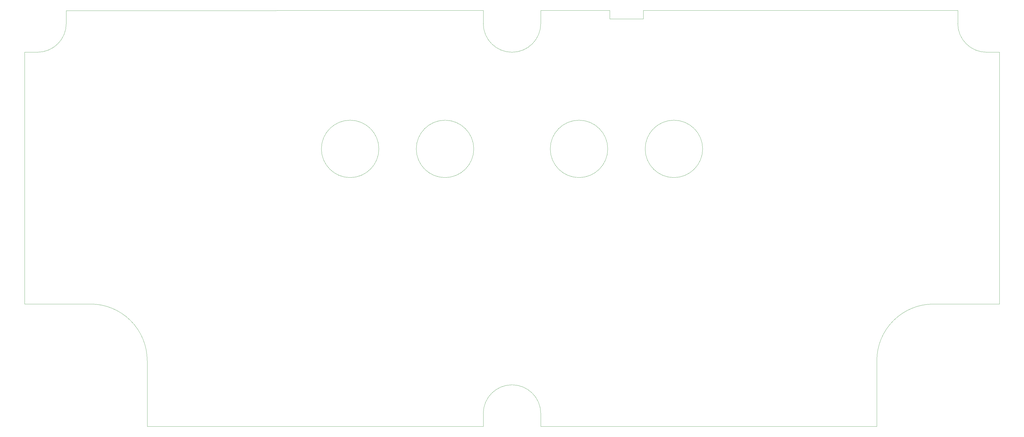
<source format=gbr>
%TF.GenerationSoftware,KiCad,Pcbnew,(6.0.0)*%
%TF.CreationDate,2022-09-18T23:58:15-04:00*%
%TF.ProjectId,SergioPico,53657267-696f-4506-9963-6f2e6b696361,rev?*%
%TF.SameCoordinates,Original*%
%TF.FileFunction,Profile,NP*%
%FSLAX46Y46*%
G04 Gerber Fmt 4.6, Leading zero omitted, Abs format (unit mm)*
G04 Created by KiCad (PCBNEW (6.0.0)) date 2022-09-18 23:58:15*
%MOMM*%
%LPD*%
G01*
G04 APERTURE LIST*
%TA.AperFunction,Profile*%
%ADD10C,0.100000*%
%TD*%
G04 APERTURE END LIST*
D10*
X189700000Y-40000000D02*
X189700000Y-35300000D01*
X30000003Y-50300000D02*
X25350000Y-50300000D01*
X359699999Y-40000000D02*
G75*
G03*
X369999999Y-50300000I10299999J-1D01*
G01*
X359699999Y-40000000D02*
X359700000Y-35300000D01*
X210300000Y-35300000D02*
X210300000Y-40000000D01*
X189700000Y-40000000D02*
G75*
G03*
X210300000Y-40000000I10300000J0D01*
G01*
X247000000Y-35300000D02*
X247000000Y-38300000D01*
X189700000Y-184650000D02*
X189700000Y-180000000D01*
X210300000Y-184650000D02*
X330700000Y-184650000D01*
X40300003Y-40000000D02*
X40300000Y-35350000D01*
X25350000Y-50300000D02*
X25350000Y-140700000D01*
X234300000Y-85000000D02*
G75*
G03*
X234300000Y-85000000I-10300000J0D01*
G01*
X330700000Y-161000000D02*
X330700000Y-184650000D01*
X359700000Y-35300000D02*
X247000000Y-35300000D01*
X186300000Y-85000000D02*
G75*
G03*
X186300000Y-85000000I-10300000J0D01*
G01*
X210300000Y-180000000D02*
G75*
G03*
X189700000Y-180000000I-10300000J0D01*
G01*
X210300000Y-184650000D02*
X210300000Y-180000000D01*
X374650000Y-140700003D02*
X351000000Y-140700000D01*
X268300000Y-85000000D02*
G75*
G03*
X268300000Y-85000000I-10300000J0D01*
G01*
X152300000Y-85000000D02*
G75*
G03*
X152300000Y-85000000I-10300000J0D01*
G01*
X69300000Y-184650000D02*
X189700000Y-184650000D01*
X247000000Y-38300000D02*
X235000000Y-38300000D01*
X30000003Y-50300000D02*
G75*
G03*
X40300003Y-40000000I1J10299999D01*
G01*
X69299997Y-184650000D02*
X69300000Y-161000000D01*
X374650000Y-50300000D02*
X369999999Y-50300000D01*
X49000000Y-140700000D02*
X25350000Y-140700000D01*
X189700000Y-35300000D02*
X40300000Y-35350000D01*
X351000000Y-140700000D02*
G75*
G03*
X330700000Y-161000000I-1J-20299999D01*
G01*
X374650000Y-140700003D02*
X374650000Y-50300000D01*
X69300000Y-161000000D02*
G75*
G03*
X49000000Y-140700000I-20299999J1D01*
G01*
X235000000Y-38300000D02*
X235000000Y-35300000D01*
X235000000Y-35300000D02*
X210300000Y-35300000D01*
M02*

</source>
